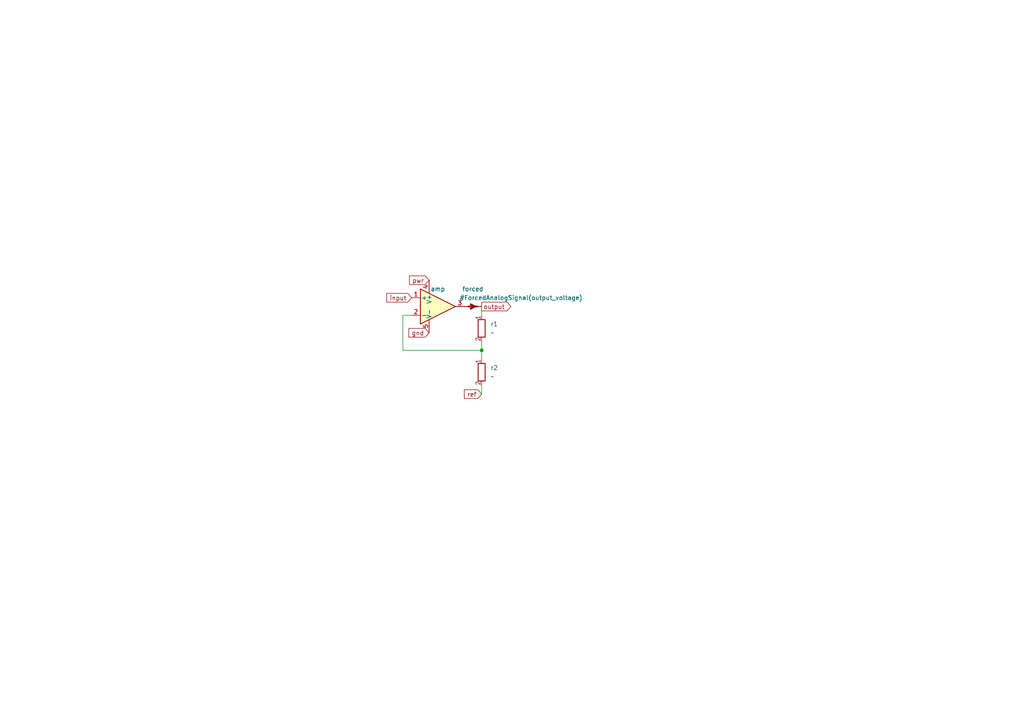
<source format=kicad_sch>
(kicad_sch (version 20230121) (generator eeschema)
  (paper "A4")
  (lib_symbols
    (symbol "Device:R" (pin_names (offset 0))
      (property "Reference" "R" (at 2.032 0 90))
      (property "Value" "R" (at 0 0 90))
      (symbol "R_0_1"
        (rectangle (start -1.016 -2.54) (end 1.016 2.54) (stroke (width 0.254)))
      )
      (symbol "R_1_1"
        (pin passive line (at 0 3.81 270) (length 1.27) (name "~") (number "1"))
        (pin passive line (at 0 -3.81 90) (length 1.27) (name "~") (number "2"))
      )
    )
    (symbol "Simulation_SPICE:OPAMP" (pin_names (offset 0.254))
      (property "Reference" "U" (at 3.81 3.175 0))
      (property "Value" "OPAMP" (at 3.81 -3.175 0))
      (symbol "OPAMP_0_1"
        (polyline (pts (xy 5.08 0) (xy -5.08 5.08) (xy -5.08 -5.08) (xy 5.08 0)) (stroke (width 0.254)) (fill (type background)))
      )
      (symbol "OPAMP_1_1"
        (pin input line (at -7.62 2.54 0) (length 2.54) (name "+") (number "1"))
        (pin input line (at -7.62 -2.54 0) (length 2.54) (name "-") (number "2"))
        (pin output line (at 7.62 0 180) (length 2.54) (name "~") (number "3"))
        (pin power_in line (at -2.54 7.62 270) (length 3.81) (name "V+") (number "4"))
        (pin power_in line (at -2.54 -7.62 90) (length 3.81) (name "V-") (number "5"))
      )
    )
    (symbol "edg_importable:Adapter" (pin_numbers hide) (pin_names (offset 0) hide)
      (property "Reference" "NT" (at 0 2.54 0))
      (property "Value" "Adapter" (at 0 -2.54 0))
      (symbol "Adapter_0_1"
        (polyline (pts (xy -1.27 0) (xy 1.27 0)) (stroke (width 0.508)))
        (polyline (pts (xy -0.635 0.635) (xy 0.635 0) (xy -0.635 -0.635)) (stroke (width 0.508)))
      )
      (symbol "Adapter_1_1"
        (pin passive line (at -2.54 0 0) (length 2.54) (name "~") (number "1"))
        (pin passive line (at 2.54 0 180) (length 2.54) (name "") (number "2"))
      )
    )
  )
  (junction (at 139.7 101.6))
  (wire (pts (xy 139.7 101.6) (xy 139.7 104.14)))
  (wire (pts (xy 116.84 91.44) (xy 119.38 91.44)))
  (wire (pts (xy 116.84 91.44) (xy 116.84 101.6)))
  (wire (pts (xy 139.7 111.76) (xy 139.7 114.3)))
  (wire (pts (xy 139.7 88.9) (xy 139.7 91.44)))
  (wire (pts (xy 116.84 101.6) (xy 139.7 101.6)))
  (wire (pts (xy 139.7 99.06) (xy 139.7 101.6)))
  (global_label "pwr" (shape input) (at 124.46 81.28 180) (property "Intersheetrefs" "${INTERSHEET_REFS}" (effects hide)))
  (global_label "ref" (shape input) (at 139.7 114.3 180) (property "Intersheetrefs" "${INTERSHEET_REFS}" (effects hide)))
  (global_label "input" (shape input) (at 119.38 86.36 180) (property "Intersheetrefs" "${INTERSHEET_REFS}" (effects hide)))
  (global_label "output" (shape output) (at 139.7 88.9 0) (property "Intersheetrefs" "${INTERSHEET_REFS}" (effects hide)))
  (global_label "gnd" (shape input) (at 124.46 96.52 180) (property "Intersheetrefs" "${INTERSHEET_REFS}" (effects hide)))
  (symbol (lib_id "edg_importable:Adapter") (at 137.16 88.9 0) (unit 1)
    (property "Reference" "forced" (at 137.16 83.82 0))
    (property "Value" "#ForcedAnalogSignal(output_voltage)" (at 151.13 86.36 0))
  )
  (symbol (lib_id "Device:R") (at 139.7 95.25 0) (unit 1)
    (property "Reference" "r1" (at 142.24 93.9799 0) (effects (justify left)))
    (property "Value" "~" (at 142.24 96.5199 0) (effects (justify left)))
  )
  (symbol (lib_id "Simulation_SPICE:OPAMP") (at 127 88.9 0) (unit 1)
    (property "Reference" "amp" (at 127 83.82 0))
  )
  (symbol (lib_id "Device:R") (at 139.7 107.95 0) (unit 1)
    (property "Reference" "r2" (at 142.24 106.6799 0) (effects (justify left)))
    (property "Value" "~" (at 142.24 109.2199 0) (effects (justify left)))
  )
)
</source>
